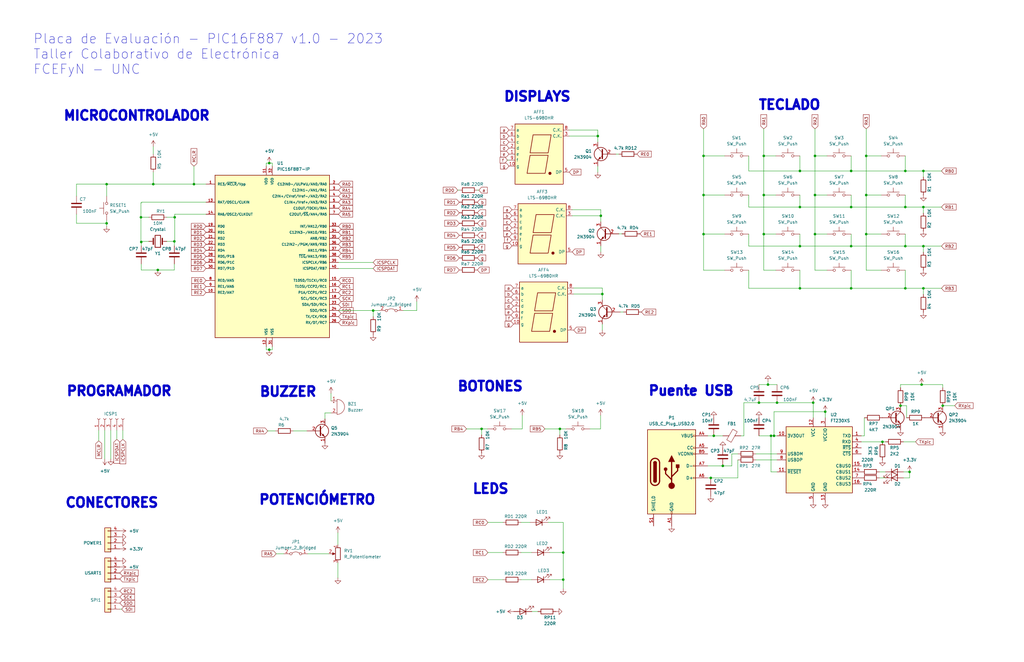
<source format=kicad_sch>
(kicad_sch (version 20230121) (generator eeschema)
  (paper "USLedger")
  (lib_symbols
    (symbol "Connector:Conn_01x05_Socket" (pin_names (offset 1.016) hide)
      (property "Reference" "J" (at 0 7.62 0))
      (property "Value" "Conn_01x05_Socket" (at 0 -7.62 0))
      (symbol "Conn_01x05_Socket_1_1"
        (pin passive line (at -5.08 5.08 0) (length 3.81) (name "Pin_1") (number "1"))
        (pin passive line (at -5.08 2.54 0) (length 3.81) (name "Pin_2") (number "2"))
        (pin passive line (at -5.08 0 0) (length 3.81) (name "Pin_3") (number "3"))
        (pin passive line (at -5.08 -2.54 0) (length 3.81) (name "Pin_4") (number "4"))
        (pin passive line (at -5.08 -5.08 0) (length 3.81) (name "Pin_5") (number "5"))
      )
    )
    (symbol "Connector:USB_C_Plug_USB2.0" (pin_names (offset 1.016))
      (property "Reference" "P" (at -10.16 19.05 0))
      (property "Value" "USB_C_Plug_USB2.0" (at 12.7 19.05 0))
      (symbol "USB_C_Plug_USB2.0_1_1"
        (pin passive line (at 0 -22.86 90) (length 5.08) (name "GND") (number "A1"))
        (pin passive line (at 0 -22.86 90) (length 5.08) hide (name "GND") (number "A12"))
        (pin passive line (at 15.24 15.24 180) (length 5.08) (name "VBUS") (number "A4"))
        (pin bidirectional line (at 15.24 10.16 180) (length 5.08) (name "CC") (number "A5"))
        (pin bidirectional line (at 15.24 -2.54 180) (length 5.08) (name "D+") (number "A6"))
        (pin bidirectional line (at 15.24 2.54 180) (length 5.08) (name "D-") (number "A7"))
        (pin passive line (at 15.24 15.24 180) (length 5.08) hide (name "VBUS") (number "A9"))
        (pin passive line (at 0 -22.86 90) (length 5.08) hide (name "GND") (number "B1"))
        (pin passive line (at 0 -22.86 90) (length 5.08) hide (name "GND") (number "B12"))
        (pin passive line (at 15.24 15.24 180) (length 5.08) hide (name "VBUS") (number "B4"))
        (pin bidirectional line (at 15.24 7.62 180) (length 5.08) (name "VCONN") (number "B5"))
        (pin passive line (at 15.24 15.24 180) (length 5.08) hide (name "VBUS") (number "B9"))
        (pin passive line (at -7.62 -22.86 90) (length 5.08) (name "SHIELD") (number "S1"))
      )
    )
    (symbol "Connector_Generic:Conn_01x04" (pin_names (offset 1.016) hide)
      (property "Reference" "J" (at 0 5.08 0))
      (property "Value" "Conn_01x04" (at 0 -7.62 0))
      (symbol "Conn_01x04_1_1"
        (pin passive line (at -5.08 2.54 0) (length 3.81) (name "Pin_1") (number "1"))
        (pin passive line (at -5.08 0 0) (length 3.81) (name "Pin_2") (number "2"))
        (pin passive line (at -5.08 -2.54 0) (length 3.81) (name "Pin_3") (number "3"))
        (pin passive line (at -5.08 -5.08 0) (length 3.81) (name "Pin_4") (number "4"))
      )
    )
    (symbol "Device:Buzzer" (pin_names (offset 0.0254) hide)
      (property "Reference" "BZ" (at 3.81 1.27 0))
      (property "Value" "Buzzer" (at 3.81 -1.27 0))
      (symbol "Buzzer_1_1"
        (pin passive line (at -2.54 2.54 0) (length 2.54) (name "-") (number "1"))
        (pin passive line (at -2.54 -2.54 0) (length 2.54) (name "+") (number "2"))
      )
    )
    (symbol "Device:C" (pin_numbers hide) (pin_names (offset 0.254))
      (property "Reference" "C" (at 0.635 2.54 0))
      (property "Value" "C" (at 0.635 -2.54 0))
      (symbol "C_1_1"
        (pin passive line (at 0 3.81 270) (length 2.794) (name "~") (number "1"))
        (pin passive line (at 0 -3.81 90) (length 2.794) (name "~") (number "2"))
      )
    )
    (symbol "Device:Crystal" (pin_numbers hide) (pin_names (offset 1.016) hide)
      (property "Reference" "Y" (at 0 3.81 0))
      (property "Value" "Crystal" (at 0 -3.81 0))
      (symbol "Crystal_1_1"
        (pin passive line (at -3.81 0 0) (length 1.27) (name "1") (number "1"))
        (pin passive line (at 3.81 0 180) (length 1.27) (name "2") (number "2"))
      )
    )
    (symbol "Device:FerriteBead" (pin_numbers hide) (pin_names (offset 0))
      (property "Reference" "FB" (at -3.81 0.635 90))
      (property "Value" "FerriteBead" (at 3.81 0 90))
      (symbol "FerriteBead_1_1"
        (pin passive line (at 0 3.81 270) (length 2.54) (name "~") (number "1"))
        (pin passive line (at 0 -3.81 90) (length 2.54) (name "~") (number "2"))
      )
    )
    (symbol "Device:LED" (pin_numbers hide) (pin_names (offset 1.016) hide)
      (property "Reference" "D" (at 0 2.54 0))
      (property "Value" "LED" (at 0 -2.54 0))
      (symbol "LED_1_1"
        (pin passive line (at -3.81 0 0) (length 2.54) (name "K") (number "1"))
        (pin passive line (at 3.81 0 180) (length 2.54) (name "A") (number "2"))
      )
    )
    (symbol "Device:R" (pin_numbers hide) (pin_names (offset 0))
      (property "Reference" "R" (at 2.032 0 90))
      (property "Value" "R" (at 0 0 90))
      (symbol "R_1_1"
        (pin passive line (at 0 3.81 270) (length 1.27) (name "~") (number "1"))
        (pin passive line (at 0 -3.81 90) (length 1.27) (name "~") (number "2"))
      )
    )
    (symbol "Device:R_Potentiometer" (pin_names (offset 1.016) hide)
      (property "Reference" "RV" (at -4.445 0 90))
      (property "Value" "R_Potentiometer" (at -2.54 0 90))
      (symbol "R_Potentiometer_1_1"
        (pin passive line (at 0 3.81 270) (length 1.27) (name "1") (number "1"))
        (pin passive line (at 3.81 0 180) (length 1.27) (name "2") (number "2"))
        (pin passive line (at 0 -3.81 90) (length 1.27) (name "3") (number "3"))
      )
    )
    (symbol "Display_Character:LTS-6980HR"
      (property "Reference" "AFF" (at -7.874 13.97 0))
      (property "Value" "LTS-6980HR" (at 4.064 13.97 0))
      (symbol "LTS-6980HR_1_1"
        (pin passive line (at -12.7 0 0) (length 2.54) (name "e") (number "1"))
        (pin passive line (at -12.7 -5.08 0) (length 2.54) (name "g") (number "10"))
        (pin passive line (at -12.7 2.54 0) (length 2.54) (name "d") (number "2"))
        (pin passive line (at 12.7 7.62 180) (length 2.54) (name "C.K.") (number "3"))
        (pin passive line (at -12.7 5.08 0) (length 2.54) (name "c") (number "4"))
        (pin passive line (at 12.7 -7.62 180) (length 2.54) (name "DP") (number "5"))
        (pin passive line (at -12.7 7.62 0) (length 2.54) (name "b") (number "6"))
        (pin passive line (at -12.7 10.16 0) (length 2.54) (name "a") (number "7"))
        (pin passive line (at 12.7 10.16 180) (length 2.54) (name "C.K.") (number "8"))
        (pin passive line (at -12.7 -2.54 0) (length 2.54) (name "f") (number "9"))
      )
    )
    (symbol "Interface_USB:FT230XS"
      (property "Reference" "U" (at -13.97 15.24 0))
      (property "Value" "FT230XS" (at 7.62 15.24 0))
      (symbol "FT230XS_1_1"
        (pin output line (at 17.78 10.16 180) (length 3.81) (name "TXD") (number "1"))
        (pin power_out line (at -17.78 10.16 0) (length 3.81) (name "3V3OUT") (number "10"))
        (pin input line (at -17.78 -5.08 0) (length 3.81) (name "~{RESET}") (number "11"))
        (pin power_in line (at -2.54 17.78 270) (length 3.81) (name "VCC") (number "12"))
        (pin power_in line (at 2.54 -17.78 90) (length 3.81) (name "GND") (number "13"))
        (pin bidirectional line (at 17.78 -5.08 180) (length 3.81) (name "CBUS1") (number "14"))
        (pin bidirectional line (at 17.78 -2.54 180) (length 3.81) (name "CBUS0") (number "15"))
        (pin bidirectional line (at 17.78 -10.16 180) (length 3.81) (name "CBUS3") (number "16"))
        (pin output line (at 17.78 5.08 180) (length 3.81) (name "~{RTS}") (number "2"))
        (pin power_in line (at 2.54 17.78 270) (length 3.81) (name "VCCIO") (number "3"))
        (pin input line (at 17.78 7.62 180) (length 3.81) (name "RXD") (number "4"))
        (pin power_in line (at -2.54 -17.78 90) (length 3.81) (name "GND") (number "5"))
        (pin input line (at 17.78 2.54 180) (length 3.81) (name "~{CTS}") (number "6"))
        (pin bidirectional line (at 17.78 -7.62 180) (length 3.81) (name "CBUS2") (number "7"))
        (pin bidirectional line (at -17.78 0 0) (length 3.81) (name "USBDP") (number "8"))
        (pin bidirectional line (at -17.78 2.54 0) (length 3.81) (name "USBDM") (number "9"))
      )
    )
    (symbol "Jumper:Jumper_2_Bridged" (pin_names (offset 0) hide)
      (property "Reference" "JP" (at 0 1.905 0))
      (property "Value" "Jumper_2_Bridged" (at 0 -2.54 0))
      (symbol "Jumper_2_Bridged_1_1"
        (pin passive line (at -5.08 0 0) (length 2.54) (name "A") (number "1"))
        (pin passive line (at 5.08 0 180) (length 2.54) (name "B") (number "2"))
      )
    )
    (symbol "MCU_Microchip_PIC16:PIC16F887-IP" (pin_names (offset 1.016))
      (property "Reference" "U" (at 6.35 38.1 0))
      (property "Value" "PIC16F887-IP" (at 6.35 35.56 0))
      (symbol "PIC16F887-IP_1_1"
        (pin input line (at -27.94 30.48 0) (length 3.81) (name "RE3/~{MCLR}/Vpp") (number "1"))
        (pin bidirectional line (at -27.94 -15.24 0) (length 3.81) (name "RE2/AN7") (number "10"))
        (pin power_in line (at -2.54 38.1 270) (length 3.81) (name "VDD") (number "11"))
        (pin power_in line (at -2.54 -38.1 90) (length 3.81) (name "VSS") (number "12"))
        (pin bidirectional line (at -27.94 22.86 0) (length 3.81) (name "RA7/OSC1/CLKIN") (number "13"))
        (pin bidirectional line (at -27.94 17.78 0) (length 3.81) (name "RA6/OSC2/CLKOUT") (number "14"))
        (pin bidirectional line (at 27.94 -10.16 180) (length 3.81) (name "T10S0/T1CKI/RC0") (number "15"))
        (pin bidirectional line (at 27.94 -12.7 180) (length 3.81) (name "T1OSI/CCP2/RC1") (number "16"))
        (pin bidirectional line (at 27.94 -15.24 180) (length 3.81) (name "P1A/CCP1/RC2") (number "17"))
        (pin bidirectional line (at 27.94 -17.78 180) (length 3.81) (name "SCL/SCK/RC3") (number "18"))
        (pin bidirectional line (at -27.94 12.7 0) (length 3.81) (name "RD0") (number "19"))
        (pin bidirectional line (at 27.94 30.48 180) (length 3.81) (name "C12IN0-/ULPWU/AN0/RA0") (number "2"))
        (pin bidirectional line (at -27.94 10.16 0) (length 3.81) (name "RD1") (number "20"))
        (pin bidirectional line (at -27.94 7.62 0) (length 3.81) (name "RD2") (number "21"))
        (pin bidirectional line (at -27.94 5.08 0) (length 3.81) (name "RD3") (number "22"))
        (pin bidirectional line (at 27.94 -20.32 180) (length 3.81) (name "SDA/SDI/RC4") (number "23"))
        (pin bidirectional line (at 27.94 -22.86 180) (length 3.81) (name "SDO/RC5") (number "24"))
        (pin bidirectional line (at 27.94 -25.4 180) (length 3.81) (name "TX/CK/RC6") (number "25"))
        (pin bidirectional line (at 27.94 -27.94 180) (length 3.81) (name "RX/DT/RC7") (number "26"))
        (pin bidirectional line (at -27.94 2.54 0) (length 3.81) (name "RD4") (number "27"))
        (pin bidirectional line (at -27.94 0 0) (length 3.81) (name "RD5/P1B") (number "28"))
        (pin bidirectional line (at -27.94 -2.54 0) (length 3.81) (name "RD6/P1C") (number "29"))
        (pin bidirectional line (at 27.94 27.94 180) (length 3.81) (name "C12IN1-/AN1/RA1") (number "3"))
        (pin bidirectional line (at -27.94 -5.08 0) (length 3.81) (name "RD7/P1D") (number "30"))
        (pin power_in line (at 0 -38.1 90) (length 3.81) (name "VSS") (number "31"))
        (pin power_in line (at 0 38.1 270) (length 3.81) (name "VDD") (number "32"))
        (pin bidirectional line (at 27.94 12.7 180) (length 3.81) (name "INT/AN12/RB0") (number "33"))
        (pin bidirectional line (at 27.94 10.16 180) (length 3.81) (name "C12IN3-/AN10/RB1") (number "34"))
        (pin bidirectional line (at 27.94 7.62 180) (length 3.81) (name "AN8/RB2") (number "35"))
        (pin bidirectional line (at 27.94 5.08 180) (length 3.81) (name "C12IN2-/PGM/AN9/RB3") (number "36"))
        (pin bidirectional line (at 27.94 2.54 180) (length 3.81) (name "AN11/RB4") (number "37"))
        (pin bidirectional line (at 27.94 0 180) (length 3.81) (name "~{T1G}/AN13/RB5") (number "38"))
        (pin bidirectional line (at 27.94 -2.54 180) (length 3.81) (name "ICSPCLK/RB6") (number "39"))
        (pin bidirectional line (at 27.94 25.4 180) (length 3.81) (name "C2IN+/CVref/Vref-/AN2/RA2") (number "4"))
        (pin bidirectional line (at 27.94 -5.08 180) (length 3.81) (name "ICSPDAT/RB7") (number "40"))
        (pin bidirectional line (at 27.94 22.86 180) (length 3.81) (name "C1IN+/Vref+/AN3/RA3") (number "5"))
        (pin bidirectional line (at 27.94 20.32 180) (length 3.81) (name "C1OUT/T0CKI/RA4") (number "6"))
        (pin bidirectional line (at 27.94 17.78 180) (length 3.81) (name "C2OUT/~{SS}/AN4/RA5") (number "7"))
        (pin bidirectional line (at -27.94 -10.16 0) (length 3.81) (name "RE0/AN5") (number "8"))
        (pin bidirectional line (at -27.94 -12.7 0) (length 3.81) (name "RE1/AN6") (number "9"))
      )
    )
    (symbol "Switch:SW_Push" (pin_numbers hide) (pin_names (offset 1.016) hide)
      (property "Reference" "SW" (at 1.27 2.54 0))
      (property "Value" "SW_Push" (at 0 -1.524 0))
      (symbol "SW_Push_0_1"
        (pin passive line (at -5.08 0 0) (length 2.54) (name "1") (number "1"))
        (pin passive line (at 5.08 0 180) (length 2.54) (name "2") (number "2"))
      )
    )
    (symbol "Transistor_BJT:2N3904" (pin_names (offset 0) hide)
      (property "Reference" "Q" (at 5.08 1.905 0))
      (property "Value" "2N3904" (at 5.08 0 0))
      (symbol "2N3904_1_1"
        (pin passive line (at 2.54 -5.08 90) (length 2.54) (name "E") (number "1"))
        (pin passive line (at -5.08 0 0) (length 5.715) (name "B") (number "2"))
        (pin passive line (at 2.54 5.08 270) (length 2.54) (name "C") (number "3"))
      )
    )
    (symbol "power:+3.3V" (power) (pin_names (offset 0))
      (property "Value" "+3.3V" (at 0 3.556 0))
      (symbol "+3.3V_1_1"
        (pin power_in line (at 0 0 90) (length 0) hide (name "+3.3V") (number "1"))
      )
    )
    (symbol "power:+5V" (power) (pin_names (offset 0))
      (property "Value" "+5V" (at 0 3.556 0))
      (symbol "+5V_1_1"
        (pin power_in line (at 0 0 90) (length 0) hide (name "+5V") (number "1"))
      )
    )
    (symbol "power:GND" (power) (pin_names (offset 0))
      (property "Value" "GND" (at 0 -3.81 0))
      (symbol "GND_1_1"
        (pin power_in line (at 0 0 270) (length 0) hide (name "GND") (number "1"))
      )
    )
  )
  (junction (at 381.762 87.376))
  (junction (at 44.958 94.234))
  (junction (at 254 124.079))
  (junction (at 81.788 77.724))
  (junction (at 300.99 183.896))
  (junction (at 343.662 98.806))
  (junction (at 358.902 103.886))
  (junction (at 296.672 82.296))
  (junction (at 337.312 103.886))
  (junction (at 397.51 171.196))
  (junction (at 389.382 87.376))
  (junction (at 253.365 91.059))
  (junction (at 73.533 101.854))
  (junction (at 381.762 121.666))
  (junction (at 358.902 87.376))
  (junction (at 113.538 147.574))
  (junction (at 66.548 113.919))
  (junction (at 64.643 77.724))
  (junction (at 342.9 169.926))
  (junction (at 388.62 162.306))
  (junction (at 113.538 68.834))
  (junction (at 372.11 186.436))
  (junction (at 389.382 121.666))
  (junction (at 347.98 173.736))
  (junction (at 59.563 102.108))
  (junction (at 379.73 171.196))
  (junction (at 383.54 199.136))
  (junction (at 252.095 57.404))
  (junction (at 236.093 180.975))
  (junction (at 327.66 169.926))
  (junction (at 365.252 98.806))
  (junction (at 73.66 91.694))
  (junction (at 304.8 196.596))
  (junction (at 296.672 65.786))
  (junction (at 157.353 131.064))
  (junction (at 381.762 103.886))
  (junction (at 322.072 82.296))
  (junction (at 365.252 82.296))
  (junction (at 237.49 233.172))
  (junction (at 337.312 87.376))
  (junction (at 44.958 77.724))
  (junction (at 389.382 103.886))
  (junction (at 358.902 121.666))
  (junction (at 299.72 201.676))
  (junction (at 381.762 72.136))
  (junction (at 203.073 180.975))
  (junction (at 323.85 162.306))
  (junction (at 296.672 98.806))
  (junction (at 337.312 72.136))
  (junction (at 326.39 183.896))
  (junction (at 389.382 72.136))
  (junction (at 322.072 65.786))
  (junction (at 59.436 91.694))
  (junction (at 325.12 183.896))
  (junction (at 365.252 65.786))
  (junction (at 337.312 121.666))
  (junction (at 358.902 72.136))
  (junction (at 322.072 98.806))
  (junction (at 343.662 82.296))
  (junction (at 343.662 65.786))
  (junction (at 320.04 169.926))
  (junction (at 237.49 244.602))
  (wire (pts (xy 381.762 103.886) (xy 389.382 103.886)))
  (wire (pts (xy 381.762 82.296) (xy 381.762 87.376)))
  (wire (pts (xy 322.072 114.046) (xy 322.072 98.806)))
  (wire (pts (xy 347.98 173.736) (xy 347.98 176.276)))
  (wire (pts (xy 308.61 196.596) (xy 308.61 191.516)))
  (wire (pts (xy 327.152 65.786) (xy 322.072 65.786)))
  (wire (pts (xy 44.196 193.675) (xy 44.196 181.61)))
  (wire (pts (xy 113.538 68.834) (xy 114.808 68.834)))
  (wire (pts (xy 381.762 114.046) (xy 381.762 121.666)))
  (wire (pts (xy 252.095 57.404) (xy 252.095 59.944)))
  (wire (pts (xy 298.45 201.676) (xy 299.72 201.676)))
  (wire (pts (xy 305.562 114.046) (xy 296.672 114.046)))
  (wire (pts (xy 358.902 82.296) (xy 358.902 87.376)))
  (wire (pts (xy 342.9 169.926) (xy 342.9 176.276)))
  (wire (pts (xy 304.8 196.596) (xy 308.61 196.596)))
  (wire (pts (xy 59.69 85.344) (xy 86.868 85.344)))
  (wire (pts (xy 343.662 65.786) (xy 343.662 82.296)))
  (wire (pts (xy 381 201.676) (xy 383.54 201.676)))
  (wire (pts (xy 112.268 68.834) (xy 112.268 70.104)))
  (wire (pts (xy 114.808 147.574) (xy 114.808 146.304)))
  (wire (pts (xy 358.902 65.786) (xy 358.902 72.136)))
  (wire (pts (xy 318.77 194.056) (xy 327.66 194.056)))
  (wire (pts (xy 70.358 101.854) (xy 73.533 101.854)))
  (wire (pts (xy 205.74 220.472) (xy 212.09 220.472)))
  (wire (pts (xy 318.77 191.516) (xy 327.66 191.516)))
  (wire (pts (xy 203.073 180.975) (xy 203.073 183.515)))
  (wire (pts (xy 241.935 124.079) (xy 254 124.079)))
  (wire (pts (xy 372.11 186.436) (xy 363.22 186.436)))
  (wire (pts (xy 253.238 180.975) (xy 248.793 180.975)))
  (wire (pts (xy 343.662 98.806) (xy 348.742 98.806)))
  (wire (pts (xy 343.662 54.356) (xy 343.662 65.786)))
  (wire (pts (xy 371.602 114.046) (xy 365.252 114.046)))
  (wire (pts (xy 323.85 161.036) (xy 323.85 162.306)))
  (wire (pts (xy 59.563 111.379) (xy 59.563 113.919)))
  (wire (pts (xy 379.73 162.306) (xy 379.73 163.576)))
  (wire (pts (xy 259.715 65.024) (xy 260.985 65.024)))
  (wire (pts (xy 337.312 114.046) (xy 337.312 121.666)))
  (wire (pts (xy 254 136.779) (xy 254 139.319)))
  (wire (pts (xy 41.656 181.61) (xy 41.656 186.055)))
  (wire (pts (xy 326.39 183.896) (xy 325.12 183.896)))
  (wire (pts (xy 59.69 85.598) (xy 59.69 85.344)))
  (wire (pts (xy 137.033 174.244) (xy 137.033 176.784)))
  (wire (pts (xy 59.563 101.854) (xy 62.738 101.854)))
  (wire (pts (xy 70.358 91.694) (xy 73.66 91.694)))
  (wire (pts (xy 224.282 258.064) (xy 226.822 258.064)))
  (wire (pts (xy 320.04 162.306) (xy 323.85 162.306)))
  (wire (pts (xy 139.573 165.989) (xy 139.573 169.164)))
  (wire (pts (xy 253.238 175.26) (xy 253.238 180.975)))
  (wire (pts (xy 44.958 77.724) (xy 64.643 77.724)))
  (wire (pts (xy 315.722 98.806) (xy 315.722 103.886)))
  (wire (pts (xy 327.152 114.046) (xy 322.072 114.046)))
  (wire (pts (xy 298.45 196.596) (xy 304.8 196.596)))
  (wire (pts (xy 237.49 244.602) (xy 237.49 248.412)))
  (wire (pts (xy 193.04 80.264) (xy 193.675 80.264)))
  (wire (pts (xy 358.902 114.046) (xy 358.902 121.666)))
  (wire (pts (xy 365.252 82.296) (xy 365.252 98.806)))
  (wire (pts (xy 73.66 101.854) (xy 73.533 101.854)))
  (wire (pts (xy 229.743 180.975) (xy 236.093 180.975)))
  (wire (pts (xy 157.353 131.064) (xy 159.893 131.064)))
  (wire (pts (xy 327.66 199.136) (xy 325.12 199.136)))
  (wire (pts (xy 365.252 98.806) (xy 371.602 98.806)))
  (wire (pts (xy 327.66 183.896) (xy 326.39 183.896)))
  (wire (pts (xy 337.312 98.806) (xy 337.312 103.886)))
  (wire (pts (xy 365.252 65.786) (xy 371.602 65.786)))
  (wire (pts (xy 196.723 180.975) (xy 203.073 180.975)))
  (wire (pts (xy 81.788 70.104) (xy 81.788 77.724)))
  (wire (pts (xy 337.312 87.376) (xy 358.902 87.376)))
  (wire (pts (xy 370.84 201.676) (xy 373.38 201.676)))
  (wire (pts (xy 296.672 114.046) (xy 296.672 98.806)))
  (wire (pts (xy 343.662 82.296) (xy 348.742 82.296)))
  (wire (pts (xy 59.69 85.598) (xy 59.436 85.598)))
  (wire (pts (xy 50.546 257.048) (xy 51.308 257.048)))
  (wire (pts (xy 59.563 102.108) (xy 59.563 103.759)))
  (wire (pts (xy 59.436 85.598) (xy 59.436 91.694)))
  (wire (pts (xy 308.61 191.516) (xy 311.15 191.516)))
  (wire (pts (xy 327.66 169.926) (xy 342.9 169.926)))
  (wire (pts (xy 389.382 74.676) (xy 389.382 72.136)))
  (wire (pts (xy 170.053 131.064) (xy 175.768 131.064)))
  (wire (pts (xy 114.808 68.834) (xy 114.808 70.104)))
  (wire (pts (xy 237.49 233.172) (xy 237.49 244.602)))
  (wire (pts (xy 32.258 77.724) (xy 44.958 77.724)))
  (wire (pts (xy 296.672 98.806) (xy 305.562 98.806)))
  (wire (pts (xy 205.74 244.602) (xy 212.09 244.602)))
  (wire (pts (xy 300.99 183.896) (xy 304.8 183.896)))
  (wire (pts (xy 175.768 131.064) (xy 175.768 127.254)))
  (wire (pts (xy 113.538 147.574) (xy 114.808 147.574)))
  (wire (pts (xy 397.51 162.306) (xy 397.51 163.576)))
  (wire (pts (xy 381.762 65.786) (xy 381.762 72.136)))
  (wire (pts (xy 322.072 54.356) (xy 322.072 65.786)))
  (wire (pts (xy 348.742 114.046) (xy 343.662 114.046)))
  (wire (pts (xy 252.095 54.864) (xy 252.095 57.404)))
  (wire (pts (xy 320.04 169.926) (xy 327.66 169.926)))
  (wire (pts (xy 326.39 183.896) (xy 326.39 173.736)))
  (wire (pts (xy 81.788 77.724) (xy 86.868 77.724)))
  (wire (pts (xy 64.643 72.644) (xy 64.643 77.724)))
  (wire (pts (xy 358.902 87.376) (xy 381.762 87.376)))
  (wire (pts (xy 325.12 183.896) (xy 325.12 199.136)))
  (wire (pts (xy 373.38 186.436) (xy 372.11 186.436)))
  (wire (pts (xy 203.073 180.975) (xy 205.613 180.975)))
  (wire (pts (xy 343.662 98.806) (xy 343.662 114.046)))
  (wire (pts (xy 365.252 54.356) (xy 365.252 65.786)))
  (wire (pts (xy 231.775 233.172) (xy 237.49 233.172)))
  (wire (pts (xy 296.672 82.296) (xy 305.562 82.296)))
  (wire (pts (xy 113.538 68.834) (xy 112.268 68.834)))
  (wire (pts (xy 296.672 98.806) (xy 296.672 82.296)))
  (wire (pts (xy 389.382 106.426) (xy 389.382 103.886)))
  (wire (pts (xy 44.958 77.724) (xy 44.958 82.804)))
  (wire (pts (xy 296.672 54.356) (xy 296.672 65.786)))
  (wire (pts (xy 379.73 171.196) (xy 382.27 171.196)))
  (wire (pts (xy 315.722 103.886) (xy 337.312 103.886)))
  (wire (pts (xy 388.62 162.306) (xy 397.51 162.306)))
  (wire (pts (xy 73.533 111.379) (xy 73.533 113.919)))
  (wire (pts (xy 252.095 70.104) (xy 252.095 72.644)))
  (wire (pts (xy 254 121.539) (xy 254 124.079)))
  (wire (pts (xy 322.072 82.296) (xy 322.072 65.786)))
  (wire (pts (xy 337.312 72.136) (xy 358.902 72.136)))
  (wire (pts (xy 322.072 98.806) (xy 327.152 98.806)))
  (wire (pts (xy 365.252 82.296) (xy 371.602 82.296)))
  (wire (pts (xy 381.762 87.376) (xy 389.382 87.376)))
  (wire (pts (xy 315.722 121.666) (xy 337.312 121.666)))
  (wire (pts (xy 59.436 102.108) (xy 59.563 102.108)))
  (wire (pts (xy 241.3 88.519) (xy 253.365 88.519)))
  (wire (pts (xy 389.382 72.136) (xy 397.002 72.136)))
  (wire (pts (xy 388.62 162.306) (xy 379.73 162.306)))
  (wire (pts (xy 231.775 244.602) (xy 237.49 244.602)))
  (wire (pts (xy 313.69 183.896) (xy 313.69 169.926)))
  (wire (pts (xy 381.762 72.136) (xy 389.382 72.136)))
  (wire (pts (xy 381.762 121.666) (xy 389.382 121.666)))
  (wire (pts (xy 142.494 224.79) (xy 142.494 229.87)))
  (wire (pts (xy 322.072 98.806) (xy 322.072 82.296)))
  (wire (pts (xy 337.312 103.886) (xy 358.902 103.886)))
  (wire (pts (xy 315.722 72.136) (xy 337.312 72.136)))
  (wire (pts (xy 219.71 244.602) (xy 224.155 244.602)))
  (wire (pts (xy 337.312 65.786) (xy 337.312 72.136)))
  (wire (pts (xy 320.04 183.896) (xy 325.12 183.896)))
  (wire (pts (xy 386.08 186.436) (xy 381 186.436)))
  (wire (pts (xy 64.643 61.849) (xy 64.643 65.024)))
  (wire (pts (xy 364.49 176.276) (xy 364.49 183.896)))
  (wire (pts (xy 59.563 113.919) (xy 66.548 113.919)))
  (wire (pts (xy 59.436 91.694) (xy 62.738 91.694)))
  (wire (pts (xy 73.533 101.854) (xy 73.533 103.759)))
  (wire (pts (xy 363.22 183.896) (xy 364.49 183.896)))
  (wire (pts (xy 32.258 82.804) (xy 32.258 77.724)))
  (wire (pts (xy 219.71 220.472) (xy 223.52 220.472)))
  (wire (pts (xy 311.15 194.056) (xy 311.15 201.676)))
  (wire (pts (xy 326.39 173.736) (xy 347.98 173.736)))
  (wire (pts (xy 315.722 87.376) (xy 337.312 87.376)))
  (wire (pts (xy 315.722 82.296) (xy 315.722 87.376)))
  (wire (pts (xy 298.45 183.896) (xy 300.99 183.896)))
  (wire (pts (xy 260.985 98.679) (xy 262.255 98.679)))
  (wire (pts (xy 358.902 98.806) (xy 358.902 103.886)))
  (wire (pts (xy 296.672 82.296) (xy 296.672 65.786)))
  (wire (pts (xy 358.902 103.886) (xy 381.762 103.886)))
  (wire (pts (xy 142.748 110.744) (xy 157.353 110.744)))
  (wire (pts (xy 253.365 88.519) (xy 253.365 91.059)))
  (wire (pts (xy 137.033 174.244) (xy 139.573 174.244)))
  (wire (pts (xy 142.494 237.49) (xy 142.494 243.84)))
  (wire (pts (xy 254 124.079) (xy 254 126.619)))
  (wire (pts (xy 315.722 114.046) (xy 315.722 121.666)))
  (wire (pts (xy 32.258 94.234) (xy 44.958 94.234)))
  (wire (pts (xy 241.3 91.059) (xy 253.365 91.059)))
  (wire (pts (xy 240.03 57.404) (xy 252.095 57.404)))
  (wire (pts (xy 123.698 181.864) (xy 129.413 181.864)))
  (wire (pts (xy 358.902 72.136) (xy 381.762 72.136)))
  (wire (pts (xy 86.868 90.424) (xy 73.66 90.424)))
  (wire (pts (xy 389.382 121.666) (xy 397.002 121.666)))
  (wire (pts (xy 237.49 220.472) (xy 237.49 233.172)))
  (wire (pts (xy 220.218 180.975) (xy 215.773 180.975)))
  (wire (pts (xy 219.71 233.172) (xy 224.155 233.172)))
  (wire (pts (xy 383.54 201.676) (xy 383.54 199.136)))
  (wire (pts (xy 142.748 113.284) (xy 157.353 113.284)))
  (wire (pts (xy 73.533 113.919) (xy 66.548 113.919)))
  (wire (pts (xy 381.762 98.806) (xy 381.762 103.886)))
  (wire (pts (xy 381 199.136) (xy 383.54 199.136)))
  (wire (pts (xy 382.27 171.196) (xy 382.27 176.276)))
  (wire (pts (xy 240.03 54.864) (xy 252.095 54.864)))
  (wire (pts (xy 312.42 183.896) (xy 313.69 183.896)))
  (wire (pts (xy 315.722 65.786) (xy 315.722 72.136)))
  (wire (pts (xy 112.268 147.574) (xy 113.538 147.574)))
  (wire (pts (xy 73.66 91.694) (xy 73.66 101.854)))
  (wire (pts (xy 337.312 82.296) (xy 337.312 87.376)))
  (wire (pts (xy 389.382 89.916) (xy 389.382 87.376)))
  (wire (pts (xy 220.218 175.26) (xy 220.218 180.975)))
  (wire (pts (xy 231.14 220.472) (xy 237.49 220.472)))
  (wire (pts (xy 365.252 98.806) (xy 365.252 114.046)))
  (wire (pts (xy 337.312 121.666) (xy 358.902 121.666)))
  (wire (pts (xy 253.365 103.759) (xy 253.365 106.299)))
  (wire (pts (xy 46.736 181.61) (xy 46.736 193.675)))
  (wire (pts (xy 142.748 131.064) (xy 157.353 131.064)))
  (wire (pts (xy 343.662 65.786) (xy 348.742 65.786)))
  (wire (pts (xy 323.85 162.306) (xy 327.66 162.306)))
  (wire (pts (xy 389.382 87.376) (xy 397.002 87.376)))
  (wire (pts (xy 261.62 131.699) (xy 262.89 131.699)))
  (wire (pts (xy 51.816 181.61) (xy 51.816 185.42)))
  (wire (pts (xy 389.382 103.886) (xy 397.002 103.886)))
  (wire (pts (xy 205.74 233.172) (xy 212.09 233.172)))
  (wire (pts (xy 236.093 180.975) (xy 238.633 180.975)))
  (wire (pts (xy 49.276 181.61) (xy 49.276 185.42)))
  (wire (pts (xy 241.935 121.539) (xy 254 121.539)))
  (wire (pts (xy 157.353 133.604) (xy 157.353 131.064)))
  (wire (pts (xy 32.258 90.424) (xy 32.258 94.234)))
  (wire (pts (xy 397.51 171.196) (xy 402.59 171.196)))
  (wire (pts (xy 213.995 67.564) (xy 214.63 67.564)))
  (wire (pts (xy 296.672 65.786) (xy 305.562 65.786)))
  (wire (pts (xy 313.69 169.926) (xy 320.04 169.926)))
  (wire (pts (xy 44.958 94.234) (xy 44.958 95.504)))
  (wire (pts (xy 119.634 233.68) (xy 116.459 233.68)))
  (wire (pts (xy 73.66 90.424) (xy 73.66 91.694)))
  (wire (pts (xy 201.93 80.264) (xy 201.295 80.264)))
  (wire (pts (xy 59.436 91.694) (xy 59.436 102.108)))
  (wire (pts (xy 112.903 181.864) (xy 116.078 181.864)))
  (wire (pts (xy 370.84 199.136) (xy 373.38 199.136)))
  (wire (pts (xy 59.563 102.108) (xy 59.563 101.854)))
  (wire (pts (xy 365.252 65.786) (xy 365.252 82.296)))
  (wire (pts (xy 138.684 233.68) (xy 129.794 233.68)))
  (wire (pts (xy 253.365 91.059) (xy 253.365 93.599)))
  (wire (pts (xy 112.268 146.304) (xy 112.268 147.574)))
  (wire (pts (xy 358.902 121.666) (xy 381.762 121.666)))
  (wire (pts (xy 236.093 180.975) (xy 236.093 183.515)))
  (wire (pts (xy 64.643 77.724) (xy 81.788 77.724)))
  (wire (pts (xy 299.72 201.676) (xy 311.15 201.676)))
  (wire (pts (xy 343.662 82.296) (xy 343.662 98.806)))
  (wire (pts (xy 389.382 124.206) (xy 389.382 121.666)))
  (wire (pts (xy 44.958 92.964) (xy 44.958 94.234)))
  (wire (pts (xy 322.072 82.296) (xy 327.152 82.296)))
  (text "BUZZER\n\n" (at 109.093 174.244 0) (effects (font (size 4 4) (thickness 1) bold) (justify left bottom)))
  (text "MICROCONTROLADOR" (at 26.416 51.308 0) (effects (font (size 4 4) (thickness 1) bold) (justify left bottom)))
  (text "Placa de Evaluación - PIC16F887 v1.0 - 2023\nTaller Colaborativo de Electrónica\nFCEFyN - UNC" (at 13.97 31.75 0) (effects (font (size 4 4)) (justify left bottom)))
  (text "CONECTORES" (at 27.178 214.63 0) (effects (font (size 4 4) (thickness 1) bold) (justify left bottom)))
  (text "LEDS\n" (at 198.882 208.788 0) (effects (font (size 4 4) (thickness 1) bold) (justify left bottom)))
  (text "BOTONES\n\n" (at 192.532 171.958 0) (effects (font (size 4 4) (thickness 1) bold) (justify left bottom)))
  (text "PROGRAMADOR\n\n" (at 27.686 173.99 0) (effects (font (size 4 4) (thickness 1) bold) (justify left bottom)))
  (text "TECLADO\n" (at 319.532 46.736 0) (effects (font (size 4 4) (thickness 1) bold) (justify left bottom)))
  (text "DISPLAYS\n\n\n" (at 212.09 56.134 0) (effects (font (size 4 4) (thickness 1) bold) (justify left bottom)))
  (text "Puente USB" (at 273.05 167.386 0) (effects (font (size 4 4) (thickness 1) bold) (justify left bottom)))
  (text "POTENCIÓMETRO\n" (at 108.839 213.36 0) (effects (font (size 4 4) (thickness 1) bold) (justify left bottom)))
  (global_label "RA5" (shape input) (at 142.748 90.424 0) (property "Intersheetrefs" "${INTERSHEET_REFS}" (effects hide)))
  (global_label "RC1" (shape input) (at 205.74 233.172 180) (property "Intersheetrefs" "${INTERSHEET_REFS}" (effects hide)))
  (global_label "RD7" (shape input) (at 86.868 113.284 180) (property "Intersheetrefs" "${INTERSHEET_REFS}" (effects hide)))
  (global_label "RC0" (shape input) (at 142.748 118.364 0) (property "Intersheetrefs" "${INTERSHEET_REFS}" (effects hide)))
  (global_label "RA1" (shape input) (at 142.748 80.264 0) (property "Intersheetrefs" "${INTERSHEET_REFS}" (effects hide)))
  (global_label "RB1" (shape input) (at 397.002 87.376 0) (property "Intersheetrefs" "${INTERSHEET_REFS}" (effects hide)))
  (global_label "b" (shape input) (at 214.63 57.404 180) (property "Intersheetrefs" "${INTERSHEET_REFS}" (effects hide)))
  (global_label "RA3" (shape input) (at 365.252 54.356 90) (property "Intersheetrefs" "${INTERSHEET_REFS}" (effects hide)))
  (global_label "c" (shape input) (at 201.295 89.789 0) (property "Intersheetrefs" "${INTERSHEET_REFS}" (effects hide)))
  (global_label "d" (shape input) (at 216.535 129.159 180) (property "Intersheetrefs" "${INTERSHEET_REFS}" (effects hide)))
  (global_label "e" (shape input) (at 215.9 98.679 180) (property "Intersheetrefs" "${INTERSHEET_REFS}" (effects hide)))
  (global_label "e" (shape input) (at 214.63 65.024 180) (property "Intersheetrefs" "${INTERSHEET_REFS}" (effects hide)))
  (global_label "RD0" (shape input) (at 193.04 80.264 180) (property "Intersheetrefs" "${INTERSHEET_REFS}" (effects hide)))
  (global_label "RA0" (shape input) (at 142.748 77.724 0) (property "Intersheetrefs" "${INTERSHEET_REFS}" (effects hide)))
  (global_label "RC1" (shape input) (at 142.748 120.904 0) (property "Intersheetrefs" "${INTERSHEET_REFS}" (effects hide)))
  (global_label "RB2" (shape input) (at 142.748 100.584 0) (property "Intersheetrefs" "${INTERSHEET_REFS}" (effects hide)))
  (global_label "RB4" (shape input) (at 142.748 105.664 0) (property "Intersheetrefs" "${INTERSHEET_REFS}" (effects hide)))
  (global_label "RA4" (shape input) (at 142.748 87.884 0) (property "Intersheetrefs" "${INTERSHEET_REFS}" (effects hide)))
  (global_label "g" (shape input) (at 201.295 108.839 0) (property "Intersheetrefs" "${INTERSHEET_REFS}" (effects hide)))
  (global_label "RD6" (shape input) (at 86.868 110.744 180) (property "Intersheetrefs" "${INTERSHEET_REFS}" (effects hide)))
  (global_label "RA2" (shape input) (at 343.662 54.356 90) (property "Intersheetrefs" "${INTERSHEET_REFS}" (effects hide)))
  (global_label "RD1" (shape input) (at 86.868 98.044 180) (property "Intersheetrefs" "${INTERSHEET_REFS}" (effects hide)))
  (global_label "ICSPDAT" (shape input) (at 157.353 113.284 0) (property "Intersheetrefs" "${INTERSHEET_REFS}" (effects hide)))
  (global_label "SCK" (shape input) (at 50.546 251.968 0) (property "Intersheetrefs" "${INTERSHEET_REFS}" (effects hide)))
  (global_label "TXpic" (shape input) (at 142.748 133.604 0) (property "Intersheetrefs" "${INTERSHEET_REFS}" (effects hide)))
  (global_label "e" (shape input) (at 216.535 131.699 180) (property "Intersheetrefs" "${INTERSHEET_REFS}" (effects hide)))
  (global_label "RE0" (shape input) (at 86.868 118.364 180) (property "Intersheetrefs" "${INTERSHEET_REFS}" (effects hide)))
  (global_label "RE0" (shape input) (at 268.605 65.024 0) (property "Intersheetrefs" "${INTERSHEET_REFS}" (effects hide)))
  (global_label "b" (shape input) (at 216.535 124.079 180) (property "Intersheetrefs" "${INTERSHEET_REFS}" (effects hide)))
  (global_label "g" (shape input) (at 216.535 136.779 180) (property "Intersheetrefs" "${INTERSHEET_REFS}" (effects hide)))
  (global_label "RE1" (shape input) (at 269.875 98.679 0) (property "Intersheetrefs" "${INTERSHEET_REFS}" (effects hide)))
  (global_label "RB1" (shape input) (at 142.748 98.044 0) (property "Intersheetrefs" "${INTERSHEET_REFS}" (effects hide)))
  (global_label "TXpic" (shape input) (at 386.08 186.436 0) (property "Intersheetrefs" "${INTERSHEET_REFS}" (effects hide)))
  (global_label "RB0" (shape input) (at 397.002 72.136 0) (property "Intersheetrefs" "${INTERSHEET_REFS}" (effects hide)))
  (global_label "b" (shape input) (at 201.295 85.344 0) (property "Intersheetrefs" "${INTERSHEET_REFS}" (effects hide)))
  (global_label "RB2" (shape input) (at 397.002 103.886 0) (property "Intersheetrefs" "${INTERSHEET_REFS}" (effects hide)))
  (global_label "RD4" (shape input) (at 193.675 99.314 180) (property "Intersheetrefs" "${INTERSHEET_REFS}" (effects hide)))
  (global_label "RA2" (shape input) (at 142.748 82.804 0) (property "Intersheetrefs" "${INTERSHEET_REFS}" (effects hide)))
  (global_label "RB3" (shape input) (at 142.748 103.124 0) (property "Intersheetrefs" "${INTERSHEET_REFS}" (effects hide)))
  (global_label "RE2" (shape input) (at 86.868 123.444 180) (property "Intersheetrefs" "${INTERSHEET_REFS}" (effects hide)))
  (global_label "g" (shape input) (at 214.63 70.104 180) (property "Intersheetrefs" "${INTERSHEET_REFS}" (effects hide)))
  (global_label "f" (shape input) (at 215.9 101.219 180) (property "Intersheetrefs" "${INTERSHEET_REFS}" (effects hide)))
  (global_label "RC2" (shape input) (at 142.748 123.444 0) (property "Intersheetrefs" "${INTERSHEET_REFS}" (effects hide)))
  (global_label "RE2" (shape input) (at 270.51 131.699 0) (property "Intersheetrefs" "${INTERSHEET_REFS}" (effects hide)))
  (global_label "RC2" (shape input) (at 50.546 249.428 0) (property "Intersheetrefs" "${INTERSHEET_REFS}" (effects hide)))
  (global_label "ICSPCLK" (shape input) (at 51.816 185.42 270) (property "Intersheetrefs" "${INTERSHEET_REFS}" (effects hide)))
  (global_label "d" (shape input) (at 201.295 94.234 0) (property "Intersheetrefs" "${INTERSHEET_REFS}" (effects hide)))
  (global_label "SDO" (shape input) (at 50.546 254.508 0) (property "Intersheetrefs" "${INTERSHEET_REFS}" (effects hide)))
  (global_label "a" (shape input) (at 216.535 121.539 180) (property "Intersheetrefs" "${INTERSHEET_REFS}" (effects hide)))
  (global_label "RC0" (shape input) (at 205.74 220.472 180) (property "Intersheetrefs" "${INTERSHEET_REFS}" (effects hide)))
  (global_label "RA5" (shape input) (at 116.459 233.68 180) (property "Intersheetrefs" "${INTERSHEET_REFS}" (effects hide)))
  (global_label "RB5" (shape input) (at 142.748 108.204 0) (property "Intersheetrefs" "${INTERSHEET_REFS}" (effects hide)))
  (global_label "RXpic" (shape input) (at 142.748 136.144 0) (property "Intersheetrefs" "${INTERSHEET_REFS}" (effects hide)))
  (global_label "a" (shape input) (at 214.63 54.864 180) (property "Intersheetrefs" "${INTERSHEET_REFS}" (effects hide)))
  (global_label "RD4" (shape input) (at 86.868 105.664 180) (property "Intersheetrefs" "${INTERSHEET_REFS}" (effects hide)))
  (global_label "RD7" (shape input) (at 193.675 113.919 180) (property "Intersheetrefs" "${INTERSHEET_REFS}" (effects hide)))
  (global_label "RD3" (shape input) (at 86.868 103.124 180) (property "Intersheetrefs" "${INTERSHEET_REFS}" (effects hide)))
  (global_label "f" (shape input) (at 216.535 134.239 180) (property "Intersheetrefs" "${INTERSHEET_REFS}" (effects hide)))
  (global_label "RB4" (shape input) (at 196.723 180.975 180) (property "Intersheetrefs" "${INTERSHEET_REFS}" (effects hide)))
  (global_label "MCLR" (shape input) (at 81.788 70.104 90) (property "Intersheetrefs" "${INTERSHEET_REFS}" (effects hide)))
  (global_label "RE1" (shape input) (at 86.868 120.904 180) (property "Intersheetrefs" "${INTERSHEET_REFS}" (effects hide)))
  (global_label "RA3" (shape input) (at 142.748 85.344 0) (property "Intersheetrefs" "${INTERSHEET_REFS}" (effects hide)))
  (global_label "RXpic" (shape input) (at 50.546 241.808 0) (property "Intersheetrefs" "${INTERSHEET_REFS}" (effects hide)))
  (global_label "RD5" (shape input) (at 86.868 108.204 180) (property "Intersheetrefs" "${INTERSHEET_REFS}" (effects hide)))
  (global_label "RA0" (shape input) (at 296.672 54.356 90) (property "Intersheetrefs" "${INTERSHEET_REFS}" (effects hide)))
  (global_label "RD2" (shape input) (at 193.675 89.789 180) (property "Intersheetrefs" "${INTERSHEET_REFS}" (effects hide)))
  (global_label "a" (shape input) (at 215.9 88.519 180) (property "Intersheetrefs" "${INTERSHEET_REFS}" (effects hide)))
  (global_label "e" (shape input) (at 201.295 99.314 0) (property "Intersheetrefs" "${INTERSHEET_REFS}" (effects hide)))
  (global_label "RD1" (shape input) (at 193.675 85.344 180) (property "Intersheetrefs" "${INTERSHEET_REFS}" (effects hide)))
  (global_label "DP" (shape input) (at 240.03 72.644 0) (property "Intersheetrefs" "${INTERSHEET_REFS}" (effects hide)))
  (global_label "c" (shape input) (at 214.63 59.944 180) (property "Intersheetrefs" "${INTERSHEET_REFS}" (effects hide)))
  (global_label "RD6" (shape input) (at 193.675 108.839 180) (property "Intersheetrefs" "${INTERSHEET_REFS}" (effects hide)))
  (global_label "TXpic" (shape input) (at 50.546 244.348 0) (property "Intersheetrefs" "${INTERSHEET_REFS}" (effects hide)))
  (global_label "ICSPDAT" (shape input) (at 49.276 185.42 270) (property "Intersheetrefs" "${INTERSHEET_REFS}" (effects hide)))
  (global_label "b" (shape input) (at 215.9 91.059 180) (property "Intersheetrefs" "${INTERSHEET_REFS}" (effects hide)))
  (global_label "SCK" (shape input) (at 142.748 125.984 0) (property "Intersheetrefs" "${INTERSHEET_REFS}" (effects hide)))
  (global_label "SDO" (shape input) (at 142.748 131.064 0) (property "Intersheetrefs" "${INTERSHEET_REFS}" (effects hide)))
  (global_label "RA1" (shape input) (at 322.072 54.356 90) (property "Intersheetrefs" "${INTERSHEET_REFS}" (effects hide)))
  (global_label "d" (shape input) (at 214.63 62.484 180) (property "Intersheetrefs" "${INTERSHEET_REFS}" (effects hide)))
  (global_label "a" (shape input) (at 201.93 80.264 0) (property "Intersheetrefs" "${INTERSHEET_REFS}" (effects hide)))
  (global_label "f" (shape input) (at 213.995 67.564 180) (property "Intersheetrefs" "${INTERSHEET_REFS}" (effects hide)))
  (global_label "c" (shape input) (at 215.9 93.599 180) (property "Intersheetrefs" "${INTERSHEET_REFS}" (effects hide)))
  (global_label "c" (shape input) (at 216.535 126.619 180) (property "Intersheetrefs" "${INTERSHEET_REFS}" (effects hide)))
  (global_label "RD2" (shape input) (at 86.868 100.584 180) (property "Intersheetrefs" "${INTERSHEET_REFS}" (effects hide)))
  (global_label "SDI" (shape input) (at 51.308 257.048 0) (property "Intersheetrefs" "${INTERSHEET_REFS}" (effects hide)))
  (global_label "g" (shape input) (at 215.9 103.759 180) (property "Intersheetrefs" "${INTERSHEET_REFS}" (effects hide)))
  (global_label "DP" (shape input) (at 201.295 113.919 0) (property "Intersheetrefs" "${INTERSHEET_REFS}" (effects hide)))
  (global_label "MCLR" (shape input) (at 41.656 186.055 270) (property "Intersheetrefs" "${INTERSHEET_REFS}" (effects hide)))
  (global_label "d" (shape input) (at 215.9 96.139 180) (property "Intersheetrefs" "${INTERSHEET_REFS}" (effects hide)))
  (global_label "RD5" (shape input) (at 193.675 104.394 180) (property "Intersheetrefs" "${INTERSHEET_REFS}" (effects hide)))
  (global_label "RD0" (shape input) (at 86.868 95.504 180) (property "Intersheetrefs" "${INTERSHEET_REFS}" (effects hide)))
  (global_label "RC2" (shape input) (at 205.74 244.602 180) (property "Intersheetrefs" "${INTERSHEET_REFS}" (effects hide)))
  (global_label "RXpic" (shape input) (at 402.59 171.196 0) (property "Intersheetrefs" "${INTERSHEET_REFS}" (effects hide)))
  (global_label "RB5" (shape input) (at 229.743 180.975 180) (property "Intersheetrefs" "${INTERSHEET_REFS}" (effects hide)))
  (global_label "RD3" (shape input) (at 193.675 94.234 180) (property "Intersheetrefs" "${INTERSHEET_REFS}" (effects hide)))
  (global_label "SDI" (shape input) (at 142.748 128.524 0) (property "Intersheetrefs" "${INTERSHEET_REFS}" (effects hide)))
  (global_label "ICSPCLK" (shape input) (at 157.353 110.744 0) (property "Intersheetrefs" "${INTERSHEET_REFS}" (effects hide)))
  (global_label "RB0" (shape input) (at 142.748 95.504 0) (property "Intersheetrefs" "${INTERSHEET_REFS}" (effects hide)))
  (global_label "DP" (shape input) (at 241.3 106.299 0) (property "Intersheetrefs" "${INTERSHEET_REFS}" (effects hide)))
  (global_label "RA4" (shape input) (at 112.903 181.864 180) (property "Intersheetrefs" "${INTERSHEET_REFS}" (effects hide)))
  (global_label "f" (shape input) (at 201.295 104.394 0) (property "Intersheetrefs" "${INTERSHEET_REFS}" (effects hide)))
  (global_label "DP" (shape input) (at 241.935 139.319 0) (property "Intersheetrefs" "${INTERSHEET_REFS}" (effects hide)))
  (global_label "RB3" (shape input) (at 397.002 121.666 0) (property "Intersheetrefs" "${INTERSHEET_REFS}" (effects hide)))
  (symbol (lib_id "Device:R") (at 314.96 194.056 270) (unit 1)
    (property "Reference" "RP1" (at 313.69 196.596 90))
    (property "Value" "27R" (at 318.77 196.596 90))
    (property "Footprint" "Resistor_SMD:R_1206_3216Metric_Pad1.30x1.75mm_HandSolder" (effects hide))
  )
  (symbol (lib_id "Switch:SW_Push") (at 353.822 98.806 0) (unit 1)
    (property "Reference" "SW11" (at 353.822 91.186 0))
    (property "Value" "SW_Push" (at 353.822 93.726 0))
    (property "Footprint" "GitHub:SW_TS04-66-43-BK-100-SMT" (effects hide))
  )
  (symbol (lib_id "power:+5V") (at 253.238 175.26 0) (unit 1)
    (property "Reference" "#PWR024" (effects hide))
    (property "Value" "+5V" (at 253.238 170.18 0))
  )
  (symbol (lib_id "power:GND") (at 397.51 181.356 0) (unit 1)
    (property "Reference" "#PWR033" (effects hide))
    (property "Value" "GND" (effects hide))
  )
  (symbol (lib_id "Transistor_BJT:2N3904") (at 256.54 131.699 0) (mirror y) (unit 1)
    (property "Reference" "Q3" (at 251.46 130.429 0) (effects (justify left)))
    (property "Value" "2N3904" (at 251.46 132.969 0) (effects (justify left)))
    (property "Footprint" "Package_TO_SOT_SMD:SOT-23_Handsoldering" (effects hide))
    (property "Datasheet" "https://www.onsemi.com/pub/Collateral/2N3903-D.PDF" (effects hide))
  )
  (symbol (lib_id "MCU_Microchip_PIC16:PIC16F887-IP") (at 114.808 108.204 0) (unit 1)
    (property "Reference" "U1" (at 116.8274 68.834 0) (effects (justify left)))
    (property "Value" "PIC16F887-IP" (at 116.8274 71.374 0) (effects (justify left)))
    (property "Footprint" "Package_DIP:DIP-40_W15.24mm_LongPads" (effects hide))
    (property "Datasheet" "http://ww1.microchip.com/downloads/en/DeviceDoc/41291D.pdf" (effects hide))
  )
  (symbol (lib_id "power:+5V") (at 142.494 224.79 0) (mirror y) (unit 1)
    (property "Reference" "#PWR014" (effects hide))
    (property "Value" "+5V" (at 142.494 219.71 0))
  )
  (symbol (lib_id "power:+5V") (at 113.538 68.834 0) (unit 1)
    (property "Reference" "#PWR010" (effects hide))
    (property "Value" "+5V" (at 113.538 63.754 0))
  )
  (symbol (lib_id "Transistor_BJT:2N3904") (at 255.905 98.679 0) (mirror y) (unit 1)
    (property "Reference" "Q2" (at 250.825 97.409 0) (effects (justify left)))
    (property "Value" "2N3904" (at 250.825 99.949 0) (effects (justify left)))
    (property "Footprint" "Package_TO_SOT_SMD:SOT-23_Handsoldering" (effects hide))
    (property "Datasheet" "https://www.onsemi.com/pub/Collateral/2N3903-D.PDF" (effects hide))
  )
  (symbol (lib_id "Device:LED") (at 377.19 199.136 0) (unit 1)
    (property "Reference" "D1" (at 378.46 196.596 0))
    (property "Value" "LED" (effects hide))
    (property "Footprint" "LED_SMD:LED_1206_3216Metric_Pad1.42x1.75mm_HandSolder" (effects hide))
  )
  (symbol (lib_id "power:GND") (at 320.04 176.276 180) (unit 1)
    (property "Reference" "#PWR05" (effects hide))
    (property "Value" "GND" (effects hide))
  )
  (symbol (lib_id "Device:R") (at 266.065 98.679 90) (mirror x) (unit 1)
    (property "Reference" "RD4" (at 267.335 96.139 90))
    (property "Value" "4.7k" (at 262.255 96.139 90))
    (property "Footprint" "Resistor_SMD:R_1206_3216Metric_Pad1.30x1.75mm_HandSolder" (effects hide))
  )
  (symbol (lib_id "Device:R") (at 314.96 191.516 270) (unit 1)
    (property "Reference" "RP2" (at 313.69 188.976 90))
    (property "Value" "27R" (at 318.77 188.976 90))
    (property "Footprint" "Resistor_SMD:R_1206_3216Metric_Pad1.30x1.75mm_HandSolder" (effects hide))
  )
  (symbol (lib_id "Device:LED") (at 377.19 201.676 0) (unit 1)
    (property "Reference" "D2" (at 378.46 204.216 0))
    (property "Value" "LED" (effects hide))
    (property "Footprint" "LED_SMD:LED_1206_3216Metric_Pad1.42x1.75mm_HandSolder" (effects hide))
  )
  (symbol (lib_id "power:GND") (at 300.99 176.276 180) (unit 1)
    (property "Reference" "#PWR01" (effects hide))
    (property "Value" "GND" (effects hide))
  )
  (symbol (lib_id "power:GND") (at 113.538 147.574 0) (unit 1)
    (property "Reference" "#PWR011" (effects hide))
    (property "Value" "GND" (effects hide))
  )
  (symbol (lib_id "Switch:SW_Push") (at 376.682 98.806 0) (unit 1)
    (property "Reference" "SW12" (at 376.682 91.186 0))
    (property "Value" "SW_Push" (at 376.682 93.726 0))
    (property "Footprint" "GitHub:SW_TS04-66-43-BK-100-SMT" (effects hide))
  )
  (symbol (lib_id "Transistor_BJT:2N3904") (at 134.493 181.864 0) (unit 1)
    (property "Reference" "Q5" (at 139.573 180.594 0) (effects (justify left)))
    (property "Value" "2N3904" (at 139.573 183.134 0) (effects (justify left)))
    (property "Footprint" "Package_TO_SOT_SMD:SOT-23_Handsoldering" (effects hide))
    (property "Datasheet" "https://www.onsemi.com/pub/Collateral/2N3903-D.PDF" (effects hide))
  )
  (symbol (lib_id "Switch:SW_Push") (at 376.682 82.296 0) (unit 1)
    (property "Reference" "SW8" (at 376.682 74.676 0))
    (property "Value" "SW_Push" (at 376.682 77.216 0))
    (property "Footprint" "GitHub:SW_TS04-66-43-BK-100-SMT" (effects hide))
  )
  (symbol (lib_id "Connector:USB_C_Plug_USB2.0") (at 283.21 199.136 0) (unit 1)
    (property "Reference" "P1" (at 283.21 176.276 0))
    (property "Value" "USB_C_Plug_USB2.0" (at 283.21 178.816 0))
    (property "Footprint" "Connector_USB:USB_C_Receptacle_GCT_USB4105-xx-A_16P_TopMnt_Horizontal" (effects hide))
    (property "Datasheet" "https://www.usb.org/sites/default/files/documents/usb_type-c.zip" (effects hide))
  )
  (symbol (lib_id "power:GND") (at 46.736 193.675 0) (unit 1)
    (property "Reference" "#PWR016" (effects hide))
    (property "Value" "GND" (effects hide))
  )
  (symbol (lib_id "Device:C") (at 299.72 205.486 0) (unit 1)
    (property "Reference" "CP2" (at 300.99 202.946 0) (effects (justify left)))
    (property "Value" "47pF" (at 300.99 208.026 0) (effects (justify left)))
    (property "Footprint" "Capacitor_SMD:C_1206_3216Metric_Pad1.33x1.80mm_HandSolder" (effects hide))
  )
  (symbol (lib_id "Device:R") (at 119.888 181.864 270) (unit 1)
    (property "Reference" "R6" (at 118.618 179.324 90))
    (property "Value" "4.7k" (at 119.888 176.784 90))
    (property "Footprint" "Resistor_SMD:R_1206_3216Metric_Pad1.30x1.75mm_HandSolder" (effects hide))
  )
  (symbol (lib_id "Device:R") (at 215.9 233.172 270) (unit 1)
    (property "Reference" "RD2" (at 214.63 230.632 90))
    (property "Value" "220R" (at 219.71 230.632 90))
    (property "Footprint" "Resistor_SMD:R_1206_3216Metric_Pad1.30x1.75mm_HandSolder" (effects hide))
  )
  (symbol (lib_id "Switch:SW_Push") (at 353.822 82.296 0) (unit 1)
    (property "Reference" "SW7" (at 353.822 74.676 0))
    (property "Value" "SW_Push" (at 353.822 77.216 0))
    (property "Footprint" "GitHub:SW_TS04-66-43-BK-100-SMT" (effects hide))
  )
  (symbol (lib_id "power:GND") (at 304.8 188.976 180) (unit 1)
    (property "Reference" "#PWR03" (effects hide))
    (property "Value" "GND" (effects hide))
  )
  (symbol (lib_id "Device:R") (at 367.03 199.136 270) (unit 1)
    (property "Reference" "RP3" (at 365.76 196.596 90))
    (property "Value" "220R" (at 365.76 194.056 90))
    (property "Footprint" "Resistor_SMD:R_1206_3216Metric_Pad1.30x1.75mm_HandSolder" (effects hide))
  )
  (symbol (lib_id "Device:R") (at 368.3 176.276 270) (unit 1)
    (property "Reference" "RP7" (at 368.3 178.816 90))
    (property "Value" "4K7" (at 368.3 181.356 90))
    (property "Footprint" "Resistor_SMD:R_1206_3216Metric_Pad1.30x1.75mm_HandSolder" (effects hide))
  )
  (symbol (lib_id "Switch:SW_Push") (at 310.642 82.296 0) (unit 1)
    (property "Reference" "SW5" (at 310.642 74.676 0))
    (property "Value" "SW_Push" (at 310.642 77.216 0))
    (property "Footprint" "GitHub:SW_TS04-66-43-BK-100-SMT" (effects hide))
  )
  (symbol (lib_id "Device:C") (at 300.99 180.086 0) (unit 1)
    (property "Reference" "CP1" (at 295.91 175.006 0) (effects (justify left)))
    (property "Value" "10nF" (at 295.91 177.546 0) (effects (justify left)))
    (property "Footprint" "Capacitor_SMD:C_1206_3216Metric_Pad1.33x1.80mm_HandSolder" (effects hide))
  )
  (symbol (lib_id "power:GND") (at 157.353 141.224 0) (unit 1)
    (property "Reference" "#PWR039" (effects hide))
    (property "Value" "GND" (effects hide))
  )
  (symbol (lib_id "Device:R") (at 215.9 244.602 270) (unit 1)
    (property "Reference" "RD3" (at 214.63 242.062 90))
    (property "Value" "220R" (at 219.71 242.062 90))
    (property "Footprint" "Resistor_SMD:R_1206_3216Metric_Pad1.30x1.75mm_HandSolder" (effects hide))
  )
  (symbol (lib_id "power:+5V") (at 50.546 224.028 270) (unit 1)
    (property "Reference" "#PWR045" (effects hide))
    (property "Value" "+5V" (at 54.356 224.028 90) (effects (justify left)))
  )
  (symbol (lib_id "Device:C") (at 59.563 107.569 180) (unit 1)
    (property "Reference" "CP7" (at 58.293 105.029 0) (effects (justify left)))
    (property "Value" "47pF" (at 64.643 105.029 0) (effects (justify left)))
    (property "Footprint" "Capacitor_SMD:C_1206_3216Metric_Pad1.33x1.80mm_HandSolder" (effects hide))
  )
  (symbol (lib_id "Device:R") (at 197.485 108.839 270) (unit 1)
    (property "Reference" "Ra6" (at 196.215 106.299 90))
    (property "Value" "220R" (at 201.295 106.299 90))
    (property "Footprint" "Resistor_SMD:R_1206_3216Metric_Pad1.30x1.75mm_HandSolder" (effects hide))
  )
  (symbol (lib_id "Device:R") (at 264.795 65.024 90) (mirror x) (unit 1)
    (property "Reference" "RD12" (at 266.065 62.484 90))
    (property "Value" "4.7k" (at 260.985 62.484 90))
    (property "Footprint" "Resistor_SMD:R_1206_3216Metric_Pad1.30x1.75mm_HandSolder" (effects hide))
  )
  (symbol (lib_id "Connector_Generic:Conn_01x04") (at 45.466 254.508 180) (unit 1)
    (property "Reference" "SPI1" (at 40.386 253.238 0))
    (property "Value" "Conn_01x04" (effects hide))
    (property "Footprint" "Connector_PinSocket_2.54mm:PinSocket_1x04_P2.54mm_Vertical" (effects hide))
  )
  (symbol (lib_id "Jumper:Jumper_2_Bridged") (at 164.973 131.064 0) (mirror y) (unit 1)
    (property "Reference" "JP2" (at 164.973 125.984 0))
    (property "Value" "Jumper_2_Bridged" (at 164.973 128.524 0))
    (property "Footprint" "Connector_PinHeader_2.54mm:PinHeader_1x02_P2.54mm_Vertical" (effects hide))
  )
  (symbol (lib_id "Device:R") (at 389.382 128.016 0) (unit 1)
    (property "Reference" "R4" (at 391.922 129.286 90))
    (property "Value" "10K" (at 391.922 124.206 90))
    (property "Footprint" "Resistor_SMD:R_1206_3216Metric_Pad1.30x1.75mm_HandSolder" (effects hide))
  )
  (symbol (lib_id "Display_Character:LTS-6980HR") (at 229.235 131.699 0) (unit 1)
    (property "Reference" "AFF4" (at 229.235 113.919 0))
    (property "Value" "LTS-6980HR" (at 229.235 116.459 0))
    (property "Footprint" "Display_7Segment:7SegmentLED_LTS6760_LTS6780" (effects hide))
    (property "Datasheet" "http://datasheet.octopart.com/LTS-6960HR-Lite-On-datasheet-11803242.pdf" (effects hide))
  )
  (symbol (lib_id "power:GND") (at 379.73 181.356 0) (unit 1)
    (property "Reference" "#PWR032" (effects hide))
    (property "Value" "GND" (effects hide))
  )
  (symbol (lib_id "Device:R") (at 197.485 85.344 270) (unit 1)
    (property "Reference" "Ra1" (at 196.215 82.804 90))
    (property "Value" "220R" (at 201.295 82.804 90))
    (property "Footprint" "Resistor_SMD:R_1206_3216Metric_Pad1.30x1.75mm_HandSolder" (effects hide))
  )
  (symbol (lib_id "Device:FerriteBead") (at 308.61 183.896 270) (unit 1)
    (property "Reference" "FB1" (at 308.61 178.816 90))
    (property "Value" "FerriteBead" (effects hide))
    (property "Footprint" "Inductor_SMD:L_0805_2012Metric_Pad1.15x1.40mm_HandSolder" (effects hide))
  )
  (symbol (lib_id "Device:C") (at 327.66 166.116 0) (unit 1)
    (property "Reference" "CP6" (at 328.93 163.576 0) (effects (justify left)))
    (property "Value" "100nF" (at 330.2 168.656 0) (effects (justify left)))
    (property "Footprint" "Capacitor_SMD:C_1206_3216Metric_Pad1.33x1.80mm_HandSolder" (effects hide))
  )
  (symbol (lib_id "power:GND") (at 50.546 229.108 90) (unit 1)
    (property "Reference" "#PWR044" (effects hide))
    (property "Value" "GND" (effects hide))
  )
  (symbol (lib_id "power:+3.3V") (at 347.98 173.736 0) (unit 1)
    (property "Reference" "#PWR029" (effects hide))
    (property "Value" "+3.3V" (at 347.98 168.656 0))
  )
  (symbol (lib_id "Device:R_Potentiometer") (at 142.494 233.68 0) (mirror y) (unit 1)
    (property "Reference" "RV1" (at 145.034 232.41 0) (effects (justify right)))
    (property "Value" "R_Potentiometer" (at 145.034 234.95 0) (effects (justify right)))
    (property "Footprint" "Potentiometer_THT:Potentiometer_Bourns_3299W_Vertical" (effects hide))
  )
  (symbol (lib_id "Switch:SW_Push") (at 376.682 65.786 0) (unit 1)
    (property "Reference" "SW4" (at 376.682 58.166 0))
    (property "Value" "SW_Push" (at 376.682 60.706 0))
    (property "Footprint" "GitHub:SW_TS04-66-43-BK-100-SMT" (effects hide))
  )
  (symbol (lib_id "power:GND") (at 50.546 226.568 90) (unit 1)
    (property "Reference" "#PWR043" (effects hide))
    (property "Value" "GND" (effects hide))
  )
  (symbol (lib_id "Switch:SW_Push") (at 310.642 98.806 0) (unit 1)
    (property "Reference" "SW9" (at 310.642 91.186 0))
    (property "Value" "SW_Push" (at 310.642 93.726 0))
    (property "Footprint" "GitHub:SW_TS04-66-43-BK-100-SMT" (effects hide))
  )
  (symbol (lib_id "power:GND") (at 347.98 211.836 0) (unit 1)
    (property "Reference" "#PWR07" (effects hide))
    (property "Value" "GND" (effects hide))
  )
  (symbol (lib_id "power:GND") (at 342.9 211.836 0) (unit 1)
    (property "Reference" "#PWR06" (effects hide))
    (property "Value" "GND" (effects hide))
  )
  (symbol (lib_id "power:GND") (at 283.21 221.996 0) (unit 1)
    (property "Reference" "#PWR04" (effects hide))
    (property "Value" "GND" (effects hide))
  )
  (symbol (lib_id "Device:R") (at 203.073 187.325 0) (unit 1)
    (property "Reference" "R7" (at 205.613 188.595 90))
    (property "Value" "10K" (at 205.613 183.515 90))
    (property "Footprint" "Resistor_SMD:R_1206_3216Metric_Pad1.30x1.75mm_HandSolder" (effects hide))
  )
  (symbol (lib_id "power:+5V") (at 64.643 61.849 0) (unit 1)
    (property "Reference" "#PWR015" (effects hide))
    (property "Value" "+5V" (at 64.643 56.769 0))
  )
  (symbol (lib_id "power:GND") (at 50.546 236.728 90) (unit 1)
    (property "Reference" "#PWR042" (effects hide))
    (property "Value" "GND" (effects hide))
  )
  (symbol (lib_id "power:GND") (at 253.365 106.299 0) (mirror y) (unit 1)
    (property "Reference" "#PWR026" (effects hide))
    (property "Value" "GND" (effects hide))
  )
  (symbol (lib_id "Switch:SW_Push") (at 44.958 87.884 90) (unit 1)
    (property "Reference" "RESET1" (at 46.228 86.614 90) (effects (justify right)))
    (property "Value" "SW_Push" (at 46.228 89.154 90) (effects (justify right)))
    (property "Footprint" "GitHub:SW_TS04-66-43-BK-100-SMT" (effects hide))
  )
  (symbol (lib_id "Switch:SW_Push") (at 332.232 98.806 0) (unit 1)
    (property "Reference" "SW10" (at 332.232 91.186 0))
    (property "Value" "SW_Push" (at 332.232 93.726 0))
    (property "Footprint" "GitHub:SW_TS04-66-43-BK-100-SMT" (effects hide))
  )
  (symbol (lib_id "Connector_Generic:Conn_01x04") (at 45.466 229.108 180) (unit 1)
    (property "Reference" "POWER1" (at 39.116 229.108 0))
    (property "Value" "Conn_01x04" (effects hide))
    (property "Footprint" "Connector_PinSocket_2.54mm:PinSocket_1x04_P2.54mm_Vertical" (effects hide))
  )
  (symbol (lib_id "Device:C") (at 304.8 192.786 180) (unit 1)
    (property "Reference" "CP3" (at 303.53 190.246 0) (effects (justify left)))
    (property "Value" "47pF" (at 309.88 190.246 0) (effects (justify left)))
    (property "Footprint" "Capacitor_SMD:C_1206_3216Metric_Pad1.33x1.80mm_HandSolder" (effects hide))
  )
  (symbol (lib_id "power:GND") (at 389.382 82.296 0) (unit 1)
    (property "Reference" "#PWR028" (effects hide))
    (property "Value" "GND" (effects hide))
  )
  (symbol (lib_id "Device:R") (at 215.9 220.472 270) (unit 1)
    (property "Reference" "RD1" (at 214.63 217.932 90))
    (property "Value" "220R" (at 219.71 217.932 90))
    (property "Footprint" "Resistor_SMD:R_1206_3216Metric_Pad1.30x1.75mm_HandSolder" (effects hide))
  )
  (symbol (lib_id "Device:R") (at 367.03 201.676 270) (unit 1)
    (property "Reference" "RP4" (at 365.76 204.216 90))
    (property "Value" "220R" (at 367.03 206.756 90))
    (property "Footprint" "Resistor_SMD:R_1206_3216Metric_Pad1.30x1.75mm_HandSolder" (effects hide))
  )
  (symbol (lib_id "Display_Character:LTS-6980HR") (at 227.33 65.024 0) (unit 1)
    (property "Reference" "AFF1" (at 227.33 47.244 0))
    (property "Value" "LTS-6980HR" (at 227.33 49.784 0))
    (property "Footprint" "Display_7Segment:7SegmentLED_LTS6760_LTS6780" (effects hide))
    (property "Datasheet" "http://datasheet.octopart.com/LTS-6960HR-Lite-On-datasheet-11803242.pdf" (effects hide))
  )
  (symbol (lib_id "Transistor_BJT:2N3904") (at 254.635 65.024 0) (mirror y) (unit 1)
    (property "Reference" "Q1" (at 249.555 63.754 0) (effects (justify left)))
    (property "Value" "2N3904" (at 249.555 66.294 0) (effects (justify left)))
    (property "Footprint" "Package_TO_SOT_SMD:SOT-23_Handsoldering" (effects hide))
    (property "Datasheet" "https://www.onsemi.com/pub/Collateral/2N3903-D.PDF" (effects hide))
  )
  (symbol (lib_id "power:GND") (at 234.442 258.064 90) (unit 1)
    (property "Reference" "#PWR047" (effects hide))
    (property "Value" "GND" (effects hide))
  )
  (symbol (lib_id "Device:R") (at 397.51 167.386 0) (unit 1)
    (property "Reference" "RP10" (at 400.05 167.386 90))
    (property "Value" "10K" (at 402.59 167.386 90))
    (property "Footprint" "Resistor_SMD:R_1206_3216Metric_Pad1.30x1.75mm_HandSolder" (effects hide))
  )
  (symbol (lib_id "power:GND") (at 389.382 97.536 0) (unit 1)
    (property "Reference" "#PWR035" (effects hide))
    (property "Value" "GND" (effects hide))
  )
  (symbol (lib_id "Device:R") (at 266.7 131.699 90) (mirror x) (unit 1)
    (property "Reference" "RD5" (at 267.97 129.159 90))
    (property "Value" "4.7k" (at 262.89 129.159 90))
    (property "Footprint" "Resistor_SMD:R_1206_3216Metric_Pad1.30x1.75mm_HandSolder" (effects hide))
  )
  (symbol (lib_id "Device:R") (at 64.643 68.834 0) (unit 1)
    (property "Reference" "R5" (at 67.183 70.104 90))
    (property "Value" "10K" (at 67.183 65.024 90))
    (property "Footprint" "Resistor_SMD:R_1206_3216Metric_Pad1.30x1.75mm_HandSolder" (effects hide))
  )
  (symbol (lib_id "Device:R") (at 197.485 89.789 270) (unit 1)
    (property "Reference" "Ra2" (at 196.215 87.249 90))
    (property "Value" "220R" (at 201.295 87.249 90))
    (property "Footprint" "Resistor_SMD:R_1206_3216Metric_Pad1.30x1.75mm_HandSolder" (effects hide))
  )
  (symbol (lib_id "Switch:SW_Push") (at 353.822 65.786 0) (unit 1)
    (property "Reference" "SW3" (at 353.822 58.166 0))
    (property "Value" "SW_Push" (at 353.822 60.706 0))
    (property "Footprint" "GitHub:SW_TS04-66-43-BK-100-SMT" (effects hide))
  )
  (symbol (lib_id "Connector:Conn_01x05_Socket") (at 46.736 176.53 90) (unit 1)
    (property "Reference" "ICSP1" (at 46.736 174.625 90))
    (property "Value" "Conn_01x05_Socket" (effects hide))
    (property "Footprint" "Connector_PinSocket_2.54mm:PinSocket_1x05_P2.54mm_Vertical" (effects hide))
  )
  (symbol (lib_id "Switch:SW_Push") (at 376.682 114.046 0) (unit 1)
    (property "Reference" "SW16" (at 376.682 106.426 0))
    (property "Value" "SW_Push" (at 376.682 108.966 0))
    (property "Footprint" "GitHub:SW_TS04-66-43-BK-100-SMT" (effects hide))
  )
  (symbol (lib_id "Device:R") (at 236.093 187.325 0) (unit 1)
    (property "Reference" "R8" (at 238.633 188.595 90))
    (property "Value" "10K" (at 238.633 183.515 90))
    (property "Footprint" "Resistor_SMD:R_1206_3216Metric_Pad1.30x1.75mm_HandSolder" (effects hide))
  )
  (symbol (lib_id "power:GND") (at 142.494 243.84 0) (mirror y) (unit 1)
    (property "Reference" "#PWR013" (effects hide))
    (property "Value" "GND" (effects hide))
  )
  (symbol (lib_id "Device:R") (at 197.485 94.234 270) (unit 1)
    (property "Reference" "Ra3" (at 196.215 91.694 90))
    (property "Value" "220R" (at 201.295 91.694 90))
    (property "Footprint" "Resistor_SMD:R_1206_3216Metric_Pad1.30x1.75mm_HandSolder" (effects hide))
  )
  (symbol (lib_id "Device:LED") (at 227.965 233.172 180) (unit 1)
    (property "Reference" "LED2" (at 228.6 229.362 0))
    (property "Value" "LED" (effects hide))
    (property "Footprint" "LED_SMD:LED_1206_3216Metric_Pad1.42x1.75mm_HandSolder" (effects hide))
  )
  (symbol (lib_id "Device:R") (at 197.485 99.314 270) (unit 1)
    (property "Reference" "Ra4" (at 196.215 96.774 90))
    (property "Value" "220R" (at 201.295 96.774 90))
    (property "Footprint" "Resistor_SMD:R_1206_3216Metric_Pad1.30x1.75mm_HandSolder" (effects hide))
  )
  (symbol (lib_id "power:GND") (at 299.72 209.296 0) (unit 1)
    (property "Reference" "#PWR02" (effects hide))
    (property "Value" "GND" (effects hide))
  )
  (symbol (lib_id "Device:LED") (at 227.33 220.472 180) (unit 1)
    (property "Reference" "LED1" (at 228.6 216.027 0))
    (property "Value" "LED" (effects hide))
    (property "Footprint" "LED_SMD:LED_1206_3216Metric_Pad1.42x1.75mm_HandSolder" (effects hide))
  )
  (symbol (lib_id "Device:Crystal") (at 66.548 101.854 0) (unit 1)
    (property "Reference" "Y1" (at 66.548 106.934 0))
    (property "Value" "Crystal" (at 66.548 96.774 0))
    (property "Footprint" "Crystal:Crystal_HC18-U_Vertical" (effects hide))
  )
  (symbol (lib_id "power:GND") (at 236.093 191.135 0) (unit 1)
    (property "Reference" "#PWR023" (effects hide))
    (property "Value" "GND" (effects hide))
  )
  (symbol (lib_id "Interface_USB:FT230XS") (at 345.44 194.056 0) (unit 1)
    (property "Reference" "U2" (at 350.1741 175.006 0) (effects (justify left)))
    (property "Value" "FT230XS" (at 350.1741 177.546 0) (effects (justify left)))
    (property "Footprint" "Package_SO:SSOP-16_3.9x4.9mm_P0.635mm" (effects hide))
    (property "Datasheet" "https://www.ftdichip.com/Support/Documents/DataSheets/ICs/DS_FT230X.pdf" (effects hide))
  )
  (symbol (lib_id "power:GND") (at 389.382 131.826 0) (unit 1)
    (property "Reference" "#PWR037" (effects hide))
    (property "Value" "GND" (effects hide))
  )
  (symbol (lib_id "Device:R") (at 389.382 78.486 0) (unit 1)
    (property "Reference" "R1" (at 391.922 79.756 90))
    (property "Value" "10K" (at 391.922 74.676 90))
    (property "Footprint" "Resistor_SMD:R_1206_3216Metric_Pad1.30x1.75mm_HandSolder" (effects hide))
  )
  (symbol (lib_id "power:+5V") (at 388.62 162.306 0) (unit 1)
    (property "Reference" "#PWR034" (effects hide))
    (property "Value" "+5V" (at 388.62 157.226 0))
  )
  (symbol (lib_id "Switch:SW_Push") (at 332.232 65.786 0) (unit 1)
    (property "Reference" "SW2" (at 332.232 58.166 0))
    (property "Value" "SW_Push" (at 332.232 60.706 0))
    (property "Footprint" "GitHub:SW_TS04-66-43-BK-100-SMT" (effects hide))
  )
  (symbol (lib_id "power:+5V") (at 220.218 175.26 0) (unit 1)
    (property "Reference" "#PWR021" (effects hide))
    (property "Value" "+5V" (at 220.218 170.18 0))
  )
  (symbol (lib_id "Jumper:Jumper_2_Bridged") (at 124.714 233.68 0) (mirror y) (unit 1)
    (property "Reference" "JP1" (at 124.714 228.6 0))
    (property "Value" "Jumper_2_Bridged" (at 124.714 231.14 0))
    (property "Footprint" "Connector_PinHeader_2.54mm:PinHeader_1x02_P2.54mm_Vertical" (effects hide))
  )
  (symbol (lib_id "Switch:SW_Push") (at 310.642 65.786 0) (unit 1)
    (property "Reference" "SW1" (at 310.642 58.166 0))
    (property "Value" "SW_Push" (at 310.642 60.706 0))
    (property "Footprint" "GitHub:SW_TS04-66-43-BK-100-SMT" (effects hide))
  )
  (symbol (lib_id "power:+5V") (at 342.9 169.926 0) (unit 1)
    (property "Reference" "#PWR09" (effects hide))
    (property "Value" "+5V" (at 342.9 164.846 0))
  )
  (symbol (lib_id "power:GND") (at 389.382 114.046 0) (unit 1)
    (property "Reference" "#PWR036" (effects hide))
    (property "Value" "GND" (effects hide))
  )
  (symbol (lib_id "Device:R") (at 66.548 91.694 90) (mirror x) (unit 1)
    (property "Reference" "RY1" (at 67.818 89.154 90))
    (property "Value" "10M" (at 66.548 94.234 90))
    (property "Footprint" "Resistor_SMD:R_1206_3216Metric_Pad1.30x1.75mm_HandSolder" (effects hide))
  )
  (symbol (lib_id "Device:R") (at 372.11 190.246 0) (unit 1)
    (property "Reference" "RP6" (at 369.57 190.246 90))
    (property "Value" "3K3" (at 367.03 190.246 90))
    (property "Footprint" "Resistor_SMD:R_1206_3216Metric_Pad1.30x1.75mm_HandSolder" (effects hide))
  )
  (symbol (lib_id "Device:R") (at 197.485 104.394 270) (unit 1)
    (property "Reference" "Ra5" (at 196.215 101.854 90))
    (property "Value" "220R" (at 201.295 101.854 90))
    (property "Footprint" "Resistor_SMD:R_1206_3216Metric_Pad1.30x1.75mm_HandSolder" (effects hide))
  )
  (symbol (lib_id "Device:R") (at 197.485 80.264 270) (unit 1)
    (property "Reference" "Ra8" (at 196.215 77.724 90))
    (property "Value" "220R" (at 201.295 77.724 90))
    (property "Footprint" "Resistor_SMD:R_1206_3216Metric_Pad1.30x1.75mm_HandSolder" (effects hide))
  )
  (symbol (lib_id "Display_Character:LTS-6980HR") (at 228.6 98.679 0) (unit 1)
    (property "Reference" "AFF3" (at 228.6 80.899 0))
    (property "Value" "LTS-6980HR" (at 228.6 83.439 0))
    (property "Footprint" "Display_7Segment:7SegmentLED_LTS6760_LTS6780" (effects hide))
    (property "Datasheet" "http://datasheet.octopart.com/LTS-6960HR-Lite-On-datasheet-11803242.pdf" (effects hide))
  )
  (symbol (lib_id "Connector_Generic:Conn_01x04") (at 45.466 241.808 180) (unit 1)
    (property "Reference" "USART1" (at 42.926 241.808 0) (effects (justify left)))
    (property "Value" "Conn_01x04" (effects hide))
    (property "Footprint" "Connector_PinSocket_2.54mm:PinSocket_1x04_P2.54mm_Vertical" (effects hide))
  )
  (symbol (lib_id "Switch:SW_Push") (at 332.232 114.046 0) (unit 1)
    (property "Reference" "SW14" (at 332.232 106.426 0))
    (property "Value" "SW_Push" (at 332.232 108.966 0))
    (property "Footprint" "GitHub:SW_TS04-66-43-BK-100-SMT" (effects hide))
  )
  (symbol (lib_id "power:GND") (at 323.85 161.036 180) (unit 1)
    (property "Reference" "#PWR08" (effects hide))
    (property "Value" "GND" (effects hide))
  )
  (symbol (lib_id "power:+3.3V") (at 50.546 231.648 270) (unit 1)
    (property "Reference" "#PWR046" (effects hide))
    (property "Value" "+3.3V" (at 54.356 231.648 90) (effects (justify left)))
  )
  (symbol (lib_id "Device:R") (at 377.19 186.436 270) (unit 1)
    (property "Reference" "RP5" (at 377.19 188.976 90))
    (property "Value" "2K2" (at 377.19 191.516 90))
    (property "Footprint" "Resistor_SMD:R_1206_3216Metric_Pad1.30x1.75mm_HandSolder" (effects hide))
  )
  (symbol (lib_id "Device:C") (at 320.04 180.086 0) (unit 1)
    (property "Reference" "CP4" (at 321.31 177.546 0) (effects (justify left)))
    (property "Value" "100nF" (at 313.69 177.546 0) (effects (justify left)))
    (property "Footprint" "Capacitor_SMD:C_1206_3216Metric_Pad1.33x1.80mm_HandSolder" (effects hide))
  )
  (symbol (lib_id "Device:R") (at 230.632 258.064 90) (unit 1)
    (property "Reference" "RP11" (at 231.902 260.604 90))
    (property "Value" "220R" (at 231.902 263.144 90))
    (property "Footprint" "Resistor_SMD:R_1206_3216Metric_Pad1.30x1.75mm_HandSolder" (effects hide))
  )
  (symbol (lib_id "Device:R") (at 389.382 110.236 0) (unit 1)
    (property "Reference" "R3" (at 391.922 111.506 90))
    (property "Value" "10K" (at 391.922 106.426 90))
    (property "Footprint" "Resistor_SMD:R_1206_3216Metric_Pad1.30x1.75mm_HandSolder" (effects hide))
  )
  (symbol (lib_id "power:GND") (at 254 139.319 0) (mirror y) (unit 1)
    (property "Reference" "#PWR027" (effects hide))
    (property "Value" "GND" (effects hide))
  )
  (symbol (lib_id "Device:R") (at 389.382 93.726 0) (unit 1)
    (property "Reference" "R2" (at 391.922 94.996 90))
    (property "Value" "10K" (at 391.922 89.916 90))
    (property "Footprint" "Resistor_SMD:R_1206_3216Metric_Pad1.30x1.75mm_HandSolder" (effects hide))
  )
  (symbol (lib_id "Device:LED") (at 220.472 258.064 180) (unit 1)
    (property "Reference" "D3" (at 219.202 260.604 0))
    (property "Value" "LED" (effects hide))
    (property "Footprint" "LED_SMD:LED_1206_3216Metric_Pad1.42x1.75mm_HandSolder" (effects hide))
  )
  (symbol (lib_id "power:+5V") (at 50.546 239.268 270) (unit 1)
    (property "Reference" "#PWR040" (effects hide))
    (property "Value" "+5V" (at 54.356 239.268 90) (effects (justify left)))
  )
  (symbol (lib_id "Device:R") (at 379.73 167.386 0) (unit 1)
    (property "Reference" "RP8" (at 382.27 167.386 90))
    (property "Value" "10K" (at 384.81 167.386 90))
    (property "Footprint" "Resistor_SMD:R_1206_3216Metric_Pad1.30x1.75mm_HandSolder" (effects hide))
  )
  (symbol (lib_id "Device:Buzzer") (at 142.113 171.704 0) (unit 1)
    (property "Reference" "BZ1" (at 146.558 170.434 0) (effects (justify left)))
    (property "Value" "Buzzer" (at 146.558 172.974 0) (effects (justify left)))
    (property "Footprint" "Buzzer_Beeper:MagneticBuzzer_ProSignal_ABT-410-RC" (effects hide))
  )
  (symbol (lib_id "power:GND") (at 203.073 191.135 0) (unit 1)
    (property "Reference" "#PWR022" (effects hide))
    (property "Value" "GND" (effects hide))
  )
  (symbol (lib_id "Device:R") (at 197.485 113.919 270) (unit 1)
    (property "Reference" "Ra7" (at 196.215 111.379 90))
    (property "Value" "220R" (at 201.295 111.379 90))
    (property "Footprint" "Resistor_SMD:R_1206_3216Metric_Pad1.30x1.75mm_HandSolder" (effects hide))
  )
  (symbol (lib_id "Switch:SW_Push") (at 332.232 82.296 0) (unit 1)
    (property "Reference" "SW6" (at 332.232 74.676 0))
    (property "Value" "SW_Push" (at 332.232 77.216 0))
    (property "Footprint" "GitHub:SW_TS04-66-43-BK-100-SMT" (effects hide))
  )
  (symbol (lib_id "power:+5V") (at 44.196 193.675 180) (unit 1)
    (property "Reference" "#PWR017" (effects hide))
    (property "Value" "+5V" (at 44.196 198.755 0))
  )
  (symbol (lib_id "Device:R") (at 157.353 137.414 0) (unit 1)
    (property "Reference" "R9" (at 159.893 138.684 90))
    (property "Value" "10K" (at 159.893 133.604 90))
    (property "Footprint" "Resistor_SMD:R_1206_3216Metric_Pad1.30x1.75mm_HandSolder" (effects hide))
  )
  (symbol (lib_id "power:+5V") (at 216.662 258.064 90) (unit 1)
    (property "Reference" "#PWR048" (effects hide))
    (property "Value" "+5V" (at 213.106 258.064 90) (effects (justify left)))
  )
  (symbol (lib_id "Device:R") (at 386.08 176.276 270) (unit 1)
    (property "Reference" "RP9" (at 386.08 173.736 90))
    (property "Value" "1K" (at 386.08 178.816 90))
    (property "Footprint" "Resistor_SMD:R_1206_3216Metric_Pad1.30x1.75mm_HandSolder" (effects hide))
  )
  (symbol (lib_id "Transistor_BJT:2N3904") (at 394.97 176.276 0) (unit 1)
    (property "Reference" "QP2" (at 400.05 175.006 0) (effects (justify left)))
    (property "Value" "2N3904" (at 400.05 177.546 0) (effects (justify left)))
    (property "Footprint" "Package_TO_SOT_SMD:SOT-23_Handsoldering" (effects hide))
    (property "Datasheet" "https://www.onsemi.com/pub/Collateral/2N3903-D.PDF" (effects hide))
  )
  (symbol (lib_id "Switch:SW_Push") (at 243.713 180.975 0) (unit 1)
    (property "Reference" "SW18" (at 243.713 173.355 0))
    (property "Value" "SW_Push" (at 243.713 175.895 0))
    (property "Footprint" "GitHub:SW_TS04-66-43-BK-100-SMT" (effects hide))
  )
  (symbol (lib_id "power:GND") (at 237.49 248.412 0) (unit 1)
    (property "Reference" "#PWR012" (effects hide))
    (property "Value" "GND" (effects hide))
  )
  (symbol (lib_id "Device:C") (at 320.04 166.116 0) (unit 1)
    (property "Reference" "CP5" (at 316.23 163.576 0) (effects (justify left)))
    (property "Value" "4,7uF" (at 313.69 168.656 0) (effects (justify left)))
    (property "Footprint" "Capacitor_SMD:C_1206_3216Metric_Pad1.33x1.80mm_HandSolder" (effects hide))
  )
  (symbol (lib_id "Switch:SW_Push") (at 310.642 114.046 0) (unit 1)
    (property "Reference" "SW13" (at 310.642 106.426 0))
    (property "Value" "SW_Push" (at 310.642 108.966 0))
    (property "Footprint" "GitHub:SW_TS04-66-43-BK-100-SMT" (effects hide))
  )
  (symbol (lib_id "Device:C") (at 73.533 107.569 180) (unit 1)
    (property "Reference" "CP8" (at 72.263 105.029 0) (effects (justify left)))
    (property "Value" "47pF" (at 78.613 105.029 0) (effects (justify left)))
    (property "Footprint" "Capacitor_SMD:C_1206_3216Metric_Pad1.33x1.80mm_HandSolder" (effects hide))
  )
  (symbol (lib_id "Device:LED") (at 227.965 244.602 180) (unit 1)
    (property "Reference" "LED3" (at 229.235 240.792 0))
    (property "Value" "LED" (effects hide))
    (property "Footprint" "LED_SMD:LED_1206_3216Metric_Pad1.42x1.75mm_HandSolder" (effects hide))
  )
  (symbol (lib_id "power:GND") (at 372.11 194.056 0) (unit 1)
    (property "Reference" "#PWR031" (effects hide))
    (property "Value" "GND" (effects hide))
  )
  (symbol (lib_id "Switch:SW_Push") (at 210.693 180.975 0) (unit 1)
    (property "Reference" "SW17" (at 210.693 173.355 0))
    (property "Value" "SW_Push" (at 210.693 175.895 0))
    (property "Footprint" "GitHub:SW_TS04-66-43-BK-100-SMT" (effects hide))
  )
  (symbol (lib_id "Transistor_BJT:2N3904") (at 377.19 176.276 0) (unit 1)
    (property "Reference" "QP1" (at 373.38 172.466 0) (effects (justify left)))
    (property "Value" "2N3904" (at 372.11 180.086 0) (effects (justify left)))
    (property "Footprint" "Package_TO_SOT_SMD:SOT-23_Handsoldering" (effects hide))
    (property "Datasheet" "https://www.onsemi.com/pub/Collateral/2N3903-D.PDF" (effects hide))
  )
  (symbol (lib_id "power:GND") (at 44.958 95.504 0) (unit 1)
    (property "Reference" "#PWR018" (effects hide))
    (property "Value" "GND" (effects hide))
  )
  (symbol (lib_id "power:+5V") (at 139.573 165.989 0) (unit 1)
    (property "Reference" "#PWR019" (effects hide))
    (property "Value" "+5V" (at 139.573 160.909 0))
  )
  (symbol (lib_id "power:GND") (at 66.548 113.919 0) (unit 1)
    (property "Reference" "#PWR041" (effects hide))
    (property "Value" "GND" (effects hide))
  )
  (symbol (lib_id "power:+5V") (at 175.768 127.254 0) (mirror y) (unit 1)
    (property "Reference" "#PWR038" (effects hide))
    (property "Value" "+5V" (at 175.768 122.174 0))
  )
  (symbol (lib_id "power:GND") (at 137.033 186.944 0) (unit 1)
    (property "Reference" "#PWR020" (effects hide))
    (property "Value" "GND" (effects hide))
  )
  (symbol (lib_id "power:+3.3V") (at 383.54 199.136 0) (unit 1)
    (property "Reference" "#PWR030" (effects hide))
    (property "Value" "+3.3V" (at 383.54 194.056 0))
  )
  (symbol (lib_id "Device:C") (at 32.258 86.614 0) (unit 1)
    (property "Reference" "C7" (at 33.528 84.074 0) (effects (justify left)))
    (property "Value" "100nF" (at 34.798 89.154 0) (effects (justify left)))
    (property "Footprint" "Capacitor_SMD:C_1206_3216Metric_Pad1.33x1.80mm_HandSolder" (effects hide))
  )
  (symbol (lib_id "Switch:SW_Push") (at 353.822 114.046 0) (unit 1)
    (property "Reference" "SW15" (at 353.822 106.426 0))
    (property "Value" "SW_Push" (at 353.822 108.966 0))
    (property "Footprint" "GitHub:SW_TS04-66-43-BK-100-SMT" (effects hide))
  )
  (symbol (lib_id "power:GND") (at 252.095 72.644 0) (mirror y) (unit 1)
    (property "Reference" "#PWR025" (effects hide))
    (property "Value" "GND" (effects hide))
  )
)
</source>
